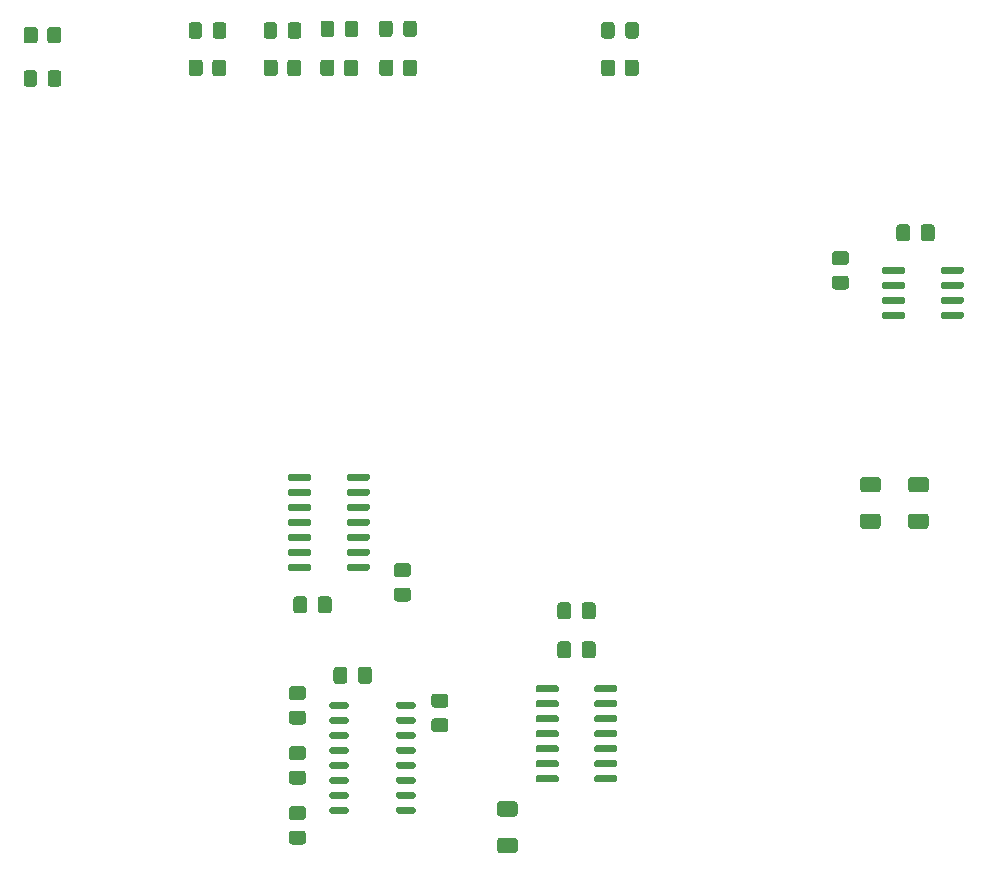
<source format=gbr>
%TF.GenerationSoftware,KiCad,Pcbnew,(5.1.9)-1*%
%TF.CreationDate,2021-11-27T21:21:46-05:00*%
%TF.ProjectId,REVERB Interface,52455645-5242-4204-996e-746572666163,rev?*%
%TF.SameCoordinates,Original*%
%TF.FileFunction,Paste,Top*%
%TF.FilePolarity,Positive*%
%FSLAX46Y46*%
G04 Gerber Fmt 4.6, Leading zero omitted, Abs format (unit mm)*
G04 Created by KiCad (PCBNEW (5.1.9)-1) date 2021-11-27 21:21:46*
%MOMM*%
%LPD*%
G01*
G04 APERTURE LIST*
G04 APERTURE END LIST*
%TO.C,R2*%
G36*
G01*
X178698999Y-111390000D02*
X179949001Y-111390000D01*
G75*
G02*
X180199000Y-111639999I0J-249999D01*
G01*
X180199000Y-112440001D01*
G75*
G02*
X179949001Y-112690000I-249999J0D01*
G01*
X178698999Y-112690000D01*
G75*
G02*
X178449000Y-112440001I0J249999D01*
G01*
X178449000Y-111639999D01*
G75*
G02*
X178698999Y-111390000I249999J0D01*
G01*
G37*
G36*
G01*
X178698999Y-108290000D02*
X179949001Y-108290000D01*
G75*
G02*
X180199000Y-108539999I0J-249999D01*
G01*
X180199000Y-109340001D01*
G75*
G02*
X179949001Y-109590000I-249999J0D01*
G01*
X178698999Y-109590000D01*
G75*
G02*
X178449000Y-109340001I0J249999D01*
G01*
X178449000Y-108539999D01*
G75*
G02*
X178698999Y-108290000I249999J0D01*
G01*
G37*
%TD*%
%TO.C,R1*%
G36*
G01*
X182762999Y-111390000D02*
X184013001Y-111390000D01*
G75*
G02*
X184263000Y-111639999I0J-249999D01*
G01*
X184263000Y-112440001D01*
G75*
G02*
X184013001Y-112690000I-249999J0D01*
G01*
X182762999Y-112690000D01*
G75*
G02*
X182513000Y-112440001I0J249999D01*
G01*
X182513000Y-111639999D01*
G75*
G02*
X182762999Y-111390000I249999J0D01*
G01*
G37*
G36*
G01*
X182762999Y-108290000D02*
X184013001Y-108290000D01*
G75*
G02*
X184263000Y-108539999I0J-249999D01*
G01*
X184263000Y-109340001D01*
G75*
G02*
X184013001Y-109590000I-249999J0D01*
G01*
X182762999Y-109590000D01*
G75*
G02*
X182513000Y-109340001I0J249999D01*
G01*
X182513000Y-108539999D01*
G75*
G02*
X182762999Y-108290000I249999J0D01*
G01*
G37*
%TD*%
%TO.C,U5*%
G36*
G01*
X182269000Y-94465000D02*
X182269000Y-94765000D01*
G75*
G02*
X182119000Y-94915000I-150000J0D01*
G01*
X180469000Y-94915000D01*
G75*
G02*
X180319000Y-94765000I0J150000D01*
G01*
X180319000Y-94465000D01*
G75*
G02*
X180469000Y-94315000I150000J0D01*
G01*
X182119000Y-94315000D01*
G75*
G02*
X182269000Y-94465000I0J-150000D01*
G01*
G37*
G36*
G01*
X182269000Y-93195000D02*
X182269000Y-93495000D01*
G75*
G02*
X182119000Y-93645000I-150000J0D01*
G01*
X180469000Y-93645000D01*
G75*
G02*
X180319000Y-93495000I0J150000D01*
G01*
X180319000Y-93195000D01*
G75*
G02*
X180469000Y-93045000I150000J0D01*
G01*
X182119000Y-93045000D01*
G75*
G02*
X182269000Y-93195000I0J-150000D01*
G01*
G37*
G36*
G01*
X182269000Y-91925000D02*
X182269000Y-92225000D01*
G75*
G02*
X182119000Y-92375000I-150000J0D01*
G01*
X180469000Y-92375000D01*
G75*
G02*
X180319000Y-92225000I0J150000D01*
G01*
X180319000Y-91925000D01*
G75*
G02*
X180469000Y-91775000I150000J0D01*
G01*
X182119000Y-91775000D01*
G75*
G02*
X182269000Y-91925000I0J-150000D01*
G01*
G37*
G36*
G01*
X182269000Y-90655000D02*
X182269000Y-90955000D01*
G75*
G02*
X182119000Y-91105000I-150000J0D01*
G01*
X180469000Y-91105000D01*
G75*
G02*
X180319000Y-90955000I0J150000D01*
G01*
X180319000Y-90655000D01*
G75*
G02*
X180469000Y-90505000I150000J0D01*
G01*
X182119000Y-90505000D01*
G75*
G02*
X182269000Y-90655000I0J-150000D01*
G01*
G37*
G36*
G01*
X187219000Y-90655000D02*
X187219000Y-90955000D01*
G75*
G02*
X187069000Y-91105000I-150000J0D01*
G01*
X185419000Y-91105000D01*
G75*
G02*
X185269000Y-90955000I0J150000D01*
G01*
X185269000Y-90655000D01*
G75*
G02*
X185419000Y-90505000I150000J0D01*
G01*
X187069000Y-90505000D01*
G75*
G02*
X187219000Y-90655000I0J-150000D01*
G01*
G37*
G36*
G01*
X187219000Y-91925000D02*
X187219000Y-92225000D01*
G75*
G02*
X187069000Y-92375000I-150000J0D01*
G01*
X185419000Y-92375000D01*
G75*
G02*
X185269000Y-92225000I0J150000D01*
G01*
X185269000Y-91925000D01*
G75*
G02*
X185419000Y-91775000I150000J0D01*
G01*
X187069000Y-91775000D01*
G75*
G02*
X187219000Y-91925000I0J-150000D01*
G01*
G37*
G36*
G01*
X187219000Y-93195000D02*
X187219000Y-93495000D01*
G75*
G02*
X187069000Y-93645000I-150000J0D01*
G01*
X185419000Y-93645000D01*
G75*
G02*
X185269000Y-93495000I0J150000D01*
G01*
X185269000Y-93195000D01*
G75*
G02*
X185419000Y-93045000I150000J0D01*
G01*
X187069000Y-93045000D01*
G75*
G02*
X187219000Y-93195000I0J-150000D01*
G01*
G37*
G36*
G01*
X187219000Y-94465000D02*
X187219000Y-94765000D01*
G75*
G02*
X187069000Y-94915000I-150000J0D01*
G01*
X185419000Y-94915000D01*
G75*
G02*
X185269000Y-94765000I0J150000D01*
G01*
X185269000Y-94465000D01*
G75*
G02*
X185419000Y-94315000I150000J0D01*
G01*
X187069000Y-94315000D01*
G75*
G02*
X187219000Y-94465000I0J-150000D01*
G01*
G37*
%TD*%
%TO.C,C21*%
G36*
G01*
X177259000Y-90355000D02*
X176309000Y-90355000D01*
G75*
G02*
X176059000Y-90105000I0J250000D01*
G01*
X176059000Y-89430000D01*
G75*
G02*
X176309000Y-89180000I250000J0D01*
G01*
X177259000Y-89180000D01*
G75*
G02*
X177509000Y-89430000I0J-250000D01*
G01*
X177509000Y-90105000D01*
G75*
G02*
X177259000Y-90355000I-250000J0D01*
G01*
G37*
G36*
G01*
X177259000Y-92430000D02*
X176309000Y-92430000D01*
G75*
G02*
X176059000Y-92180000I0J250000D01*
G01*
X176059000Y-91505000D01*
G75*
G02*
X176309000Y-91255000I250000J0D01*
G01*
X177259000Y-91255000D01*
G75*
G02*
X177509000Y-91505000I0J-250000D01*
G01*
X177509000Y-92180000D01*
G75*
G02*
X177259000Y-92430000I-250000J0D01*
G01*
G37*
%TD*%
%TO.C,C20*%
G36*
G01*
X182684000Y-87155000D02*
X182684000Y-88105000D01*
G75*
G02*
X182434000Y-88355000I-250000J0D01*
G01*
X181759000Y-88355000D01*
G75*
G02*
X181509000Y-88105000I0J250000D01*
G01*
X181509000Y-87155000D01*
G75*
G02*
X181759000Y-86905000I250000J0D01*
G01*
X182434000Y-86905000D01*
G75*
G02*
X182684000Y-87155000I0J-250000D01*
G01*
G37*
G36*
G01*
X184759000Y-87155000D02*
X184759000Y-88105000D01*
G75*
G02*
X184509000Y-88355000I-250000J0D01*
G01*
X183834000Y-88355000D01*
G75*
G02*
X183584000Y-88105000I0J250000D01*
G01*
X183584000Y-87155000D01*
G75*
G02*
X183834000Y-86905000I250000J0D01*
G01*
X184509000Y-86905000D01*
G75*
G02*
X184759000Y-87155000I0J-250000D01*
G01*
G37*
%TD*%
%TO.C,U3*%
G36*
G01*
X155932000Y-126388000D02*
X155932000Y-126088000D01*
G75*
G02*
X156082000Y-125938000I150000J0D01*
G01*
X157732000Y-125938000D01*
G75*
G02*
X157882000Y-126088000I0J-150000D01*
G01*
X157882000Y-126388000D01*
G75*
G02*
X157732000Y-126538000I-150000J0D01*
G01*
X156082000Y-126538000D01*
G75*
G02*
X155932000Y-126388000I0J150000D01*
G01*
G37*
G36*
G01*
X155932000Y-127658000D02*
X155932000Y-127358000D01*
G75*
G02*
X156082000Y-127208000I150000J0D01*
G01*
X157732000Y-127208000D01*
G75*
G02*
X157882000Y-127358000I0J-150000D01*
G01*
X157882000Y-127658000D01*
G75*
G02*
X157732000Y-127808000I-150000J0D01*
G01*
X156082000Y-127808000D01*
G75*
G02*
X155932000Y-127658000I0J150000D01*
G01*
G37*
G36*
G01*
X155932000Y-128928000D02*
X155932000Y-128628000D01*
G75*
G02*
X156082000Y-128478000I150000J0D01*
G01*
X157732000Y-128478000D01*
G75*
G02*
X157882000Y-128628000I0J-150000D01*
G01*
X157882000Y-128928000D01*
G75*
G02*
X157732000Y-129078000I-150000J0D01*
G01*
X156082000Y-129078000D01*
G75*
G02*
X155932000Y-128928000I0J150000D01*
G01*
G37*
G36*
G01*
X155932000Y-130198000D02*
X155932000Y-129898000D01*
G75*
G02*
X156082000Y-129748000I150000J0D01*
G01*
X157732000Y-129748000D01*
G75*
G02*
X157882000Y-129898000I0J-150000D01*
G01*
X157882000Y-130198000D01*
G75*
G02*
X157732000Y-130348000I-150000J0D01*
G01*
X156082000Y-130348000D01*
G75*
G02*
X155932000Y-130198000I0J150000D01*
G01*
G37*
G36*
G01*
X155932000Y-131468000D02*
X155932000Y-131168000D01*
G75*
G02*
X156082000Y-131018000I150000J0D01*
G01*
X157732000Y-131018000D01*
G75*
G02*
X157882000Y-131168000I0J-150000D01*
G01*
X157882000Y-131468000D01*
G75*
G02*
X157732000Y-131618000I-150000J0D01*
G01*
X156082000Y-131618000D01*
G75*
G02*
X155932000Y-131468000I0J150000D01*
G01*
G37*
G36*
G01*
X155932000Y-132738000D02*
X155932000Y-132438000D01*
G75*
G02*
X156082000Y-132288000I150000J0D01*
G01*
X157732000Y-132288000D01*
G75*
G02*
X157882000Y-132438000I0J-150000D01*
G01*
X157882000Y-132738000D01*
G75*
G02*
X157732000Y-132888000I-150000J0D01*
G01*
X156082000Y-132888000D01*
G75*
G02*
X155932000Y-132738000I0J150000D01*
G01*
G37*
G36*
G01*
X155932000Y-134008000D02*
X155932000Y-133708000D01*
G75*
G02*
X156082000Y-133558000I150000J0D01*
G01*
X157732000Y-133558000D01*
G75*
G02*
X157882000Y-133708000I0J-150000D01*
G01*
X157882000Y-134008000D01*
G75*
G02*
X157732000Y-134158000I-150000J0D01*
G01*
X156082000Y-134158000D01*
G75*
G02*
X155932000Y-134008000I0J150000D01*
G01*
G37*
G36*
G01*
X150982000Y-134008000D02*
X150982000Y-133708000D01*
G75*
G02*
X151132000Y-133558000I150000J0D01*
G01*
X152782000Y-133558000D01*
G75*
G02*
X152932000Y-133708000I0J-150000D01*
G01*
X152932000Y-134008000D01*
G75*
G02*
X152782000Y-134158000I-150000J0D01*
G01*
X151132000Y-134158000D01*
G75*
G02*
X150982000Y-134008000I0J150000D01*
G01*
G37*
G36*
G01*
X150982000Y-132738000D02*
X150982000Y-132438000D01*
G75*
G02*
X151132000Y-132288000I150000J0D01*
G01*
X152782000Y-132288000D01*
G75*
G02*
X152932000Y-132438000I0J-150000D01*
G01*
X152932000Y-132738000D01*
G75*
G02*
X152782000Y-132888000I-150000J0D01*
G01*
X151132000Y-132888000D01*
G75*
G02*
X150982000Y-132738000I0J150000D01*
G01*
G37*
G36*
G01*
X150982000Y-131468000D02*
X150982000Y-131168000D01*
G75*
G02*
X151132000Y-131018000I150000J0D01*
G01*
X152782000Y-131018000D01*
G75*
G02*
X152932000Y-131168000I0J-150000D01*
G01*
X152932000Y-131468000D01*
G75*
G02*
X152782000Y-131618000I-150000J0D01*
G01*
X151132000Y-131618000D01*
G75*
G02*
X150982000Y-131468000I0J150000D01*
G01*
G37*
G36*
G01*
X150982000Y-130198000D02*
X150982000Y-129898000D01*
G75*
G02*
X151132000Y-129748000I150000J0D01*
G01*
X152782000Y-129748000D01*
G75*
G02*
X152932000Y-129898000I0J-150000D01*
G01*
X152932000Y-130198000D01*
G75*
G02*
X152782000Y-130348000I-150000J0D01*
G01*
X151132000Y-130348000D01*
G75*
G02*
X150982000Y-130198000I0J150000D01*
G01*
G37*
G36*
G01*
X150982000Y-128928000D02*
X150982000Y-128628000D01*
G75*
G02*
X151132000Y-128478000I150000J0D01*
G01*
X152782000Y-128478000D01*
G75*
G02*
X152932000Y-128628000I0J-150000D01*
G01*
X152932000Y-128928000D01*
G75*
G02*
X152782000Y-129078000I-150000J0D01*
G01*
X151132000Y-129078000D01*
G75*
G02*
X150982000Y-128928000I0J150000D01*
G01*
G37*
G36*
G01*
X150982000Y-127658000D02*
X150982000Y-127358000D01*
G75*
G02*
X151132000Y-127208000I150000J0D01*
G01*
X152782000Y-127208000D01*
G75*
G02*
X152932000Y-127358000I0J-150000D01*
G01*
X152932000Y-127658000D01*
G75*
G02*
X152782000Y-127808000I-150000J0D01*
G01*
X151132000Y-127808000D01*
G75*
G02*
X150982000Y-127658000I0J150000D01*
G01*
G37*
G36*
G01*
X150982000Y-126388000D02*
X150982000Y-126088000D01*
G75*
G02*
X151132000Y-125938000I150000J0D01*
G01*
X152782000Y-125938000D01*
G75*
G02*
X152932000Y-126088000I0J-150000D01*
G01*
X152932000Y-126388000D01*
G75*
G02*
X152782000Y-126538000I-150000J0D01*
G01*
X151132000Y-126538000D01*
G75*
G02*
X150982000Y-126388000I0J150000D01*
G01*
G37*
%TD*%
%TO.C,R7*%
G36*
G01*
X147964999Y-138848000D02*
X149215001Y-138848000D01*
G75*
G02*
X149465000Y-139097999I0J-249999D01*
G01*
X149465000Y-139898001D01*
G75*
G02*
X149215001Y-140148000I-249999J0D01*
G01*
X147964999Y-140148000D01*
G75*
G02*
X147715000Y-139898001I0J249999D01*
G01*
X147715000Y-139097999D01*
G75*
G02*
X147964999Y-138848000I249999J0D01*
G01*
G37*
G36*
G01*
X147964999Y-135748000D02*
X149215001Y-135748000D01*
G75*
G02*
X149465000Y-135997999I0J-249999D01*
G01*
X149465000Y-136798001D01*
G75*
G02*
X149215001Y-137048000I-249999J0D01*
G01*
X147964999Y-137048000D01*
G75*
G02*
X147715000Y-136798001I0J249999D01*
G01*
X147715000Y-135997999D01*
G75*
G02*
X147964999Y-135748000I249999J0D01*
G01*
G37*
%TD*%
%TO.C,C7*%
G36*
G01*
X154882000Y-123411000D02*
X154882000Y-122461000D01*
G75*
G02*
X155132000Y-122211000I250000J0D01*
G01*
X155807000Y-122211000D01*
G75*
G02*
X156057000Y-122461000I0J-250000D01*
G01*
X156057000Y-123411000D01*
G75*
G02*
X155807000Y-123661000I-250000J0D01*
G01*
X155132000Y-123661000D01*
G75*
G02*
X154882000Y-123411000I0J250000D01*
G01*
G37*
G36*
G01*
X152807000Y-123411000D02*
X152807000Y-122461000D01*
G75*
G02*
X153057000Y-122211000I250000J0D01*
G01*
X153732000Y-122211000D01*
G75*
G02*
X153982000Y-122461000I0J-250000D01*
G01*
X153982000Y-123411000D01*
G75*
G02*
X153732000Y-123661000I-250000J0D01*
G01*
X153057000Y-123661000D01*
G75*
G02*
X152807000Y-123411000I0J250000D01*
G01*
G37*
%TD*%
%TO.C,C6*%
G36*
G01*
X154882000Y-120109000D02*
X154882000Y-119159000D01*
G75*
G02*
X155132000Y-118909000I250000J0D01*
G01*
X155807000Y-118909000D01*
G75*
G02*
X156057000Y-119159000I0J-250000D01*
G01*
X156057000Y-120109000D01*
G75*
G02*
X155807000Y-120359000I-250000J0D01*
G01*
X155132000Y-120359000D01*
G75*
G02*
X154882000Y-120109000I0J250000D01*
G01*
G37*
G36*
G01*
X152807000Y-120109000D02*
X152807000Y-119159000D01*
G75*
G02*
X153057000Y-118909000I250000J0D01*
G01*
X153732000Y-118909000D01*
G75*
G02*
X153982000Y-119159000I0J-250000D01*
G01*
X153982000Y-120109000D01*
G75*
G02*
X153732000Y-120359000I-250000J0D01*
G01*
X153057000Y-120359000D01*
G75*
G02*
X152807000Y-120109000I0J250000D01*
G01*
G37*
%TD*%
%TO.C,U4*%
G36*
G01*
X131977000Y-115801000D02*
X131977000Y-116101000D01*
G75*
G02*
X131827000Y-116251000I-150000J0D01*
G01*
X130177000Y-116251000D01*
G75*
G02*
X130027000Y-116101000I0J150000D01*
G01*
X130027000Y-115801000D01*
G75*
G02*
X130177000Y-115651000I150000J0D01*
G01*
X131827000Y-115651000D01*
G75*
G02*
X131977000Y-115801000I0J-150000D01*
G01*
G37*
G36*
G01*
X131977000Y-114531000D02*
X131977000Y-114831000D01*
G75*
G02*
X131827000Y-114981000I-150000J0D01*
G01*
X130177000Y-114981000D01*
G75*
G02*
X130027000Y-114831000I0J150000D01*
G01*
X130027000Y-114531000D01*
G75*
G02*
X130177000Y-114381000I150000J0D01*
G01*
X131827000Y-114381000D01*
G75*
G02*
X131977000Y-114531000I0J-150000D01*
G01*
G37*
G36*
G01*
X131977000Y-113261000D02*
X131977000Y-113561000D01*
G75*
G02*
X131827000Y-113711000I-150000J0D01*
G01*
X130177000Y-113711000D01*
G75*
G02*
X130027000Y-113561000I0J150000D01*
G01*
X130027000Y-113261000D01*
G75*
G02*
X130177000Y-113111000I150000J0D01*
G01*
X131827000Y-113111000D01*
G75*
G02*
X131977000Y-113261000I0J-150000D01*
G01*
G37*
G36*
G01*
X131977000Y-111991000D02*
X131977000Y-112291000D01*
G75*
G02*
X131827000Y-112441000I-150000J0D01*
G01*
X130177000Y-112441000D01*
G75*
G02*
X130027000Y-112291000I0J150000D01*
G01*
X130027000Y-111991000D01*
G75*
G02*
X130177000Y-111841000I150000J0D01*
G01*
X131827000Y-111841000D01*
G75*
G02*
X131977000Y-111991000I0J-150000D01*
G01*
G37*
G36*
G01*
X131977000Y-110721000D02*
X131977000Y-111021000D01*
G75*
G02*
X131827000Y-111171000I-150000J0D01*
G01*
X130177000Y-111171000D01*
G75*
G02*
X130027000Y-111021000I0J150000D01*
G01*
X130027000Y-110721000D01*
G75*
G02*
X130177000Y-110571000I150000J0D01*
G01*
X131827000Y-110571000D01*
G75*
G02*
X131977000Y-110721000I0J-150000D01*
G01*
G37*
G36*
G01*
X131977000Y-109451000D02*
X131977000Y-109751000D01*
G75*
G02*
X131827000Y-109901000I-150000J0D01*
G01*
X130177000Y-109901000D01*
G75*
G02*
X130027000Y-109751000I0J150000D01*
G01*
X130027000Y-109451000D01*
G75*
G02*
X130177000Y-109301000I150000J0D01*
G01*
X131827000Y-109301000D01*
G75*
G02*
X131977000Y-109451000I0J-150000D01*
G01*
G37*
G36*
G01*
X131977000Y-108181000D02*
X131977000Y-108481000D01*
G75*
G02*
X131827000Y-108631000I-150000J0D01*
G01*
X130177000Y-108631000D01*
G75*
G02*
X130027000Y-108481000I0J150000D01*
G01*
X130027000Y-108181000D01*
G75*
G02*
X130177000Y-108031000I150000J0D01*
G01*
X131827000Y-108031000D01*
G75*
G02*
X131977000Y-108181000I0J-150000D01*
G01*
G37*
G36*
G01*
X136927000Y-108181000D02*
X136927000Y-108481000D01*
G75*
G02*
X136777000Y-108631000I-150000J0D01*
G01*
X135127000Y-108631000D01*
G75*
G02*
X134977000Y-108481000I0J150000D01*
G01*
X134977000Y-108181000D01*
G75*
G02*
X135127000Y-108031000I150000J0D01*
G01*
X136777000Y-108031000D01*
G75*
G02*
X136927000Y-108181000I0J-150000D01*
G01*
G37*
G36*
G01*
X136927000Y-109451000D02*
X136927000Y-109751000D01*
G75*
G02*
X136777000Y-109901000I-150000J0D01*
G01*
X135127000Y-109901000D01*
G75*
G02*
X134977000Y-109751000I0J150000D01*
G01*
X134977000Y-109451000D01*
G75*
G02*
X135127000Y-109301000I150000J0D01*
G01*
X136777000Y-109301000D01*
G75*
G02*
X136927000Y-109451000I0J-150000D01*
G01*
G37*
G36*
G01*
X136927000Y-110721000D02*
X136927000Y-111021000D01*
G75*
G02*
X136777000Y-111171000I-150000J0D01*
G01*
X135127000Y-111171000D01*
G75*
G02*
X134977000Y-111021000I0J150000D01*
G01*
X134977000Y-110721000D01*
G75*
G02*
X135127000Y-110571000I150000J0D01*
G01*
X136777000Y-110571000D01*
G75*
G02*
X136927000Y-110721000I0J-150000D01*
G01*
G37*
G36*
G01*
X136927000Y-111991000D02*
X136927000Y-112291000D01*
G75*
G02*
X136777000Y-112441000I-150000J0D01*
G01*
X135127000Y-112441000D01*
G75*
G02*
X134977000Y-112291000I0J150000D01*
G01*
X134977000Y-111991000D01*
G75*
G02*
X135127000Y-111841000I150000J0D01*
G01*
X136777000Y-111841000D01*
G75*
G02*
X136927000Y-111991000I0J-150000D01*
G01*
G37*
G36*
G01*
X136927000Y-113261000D02*
X136927000Y-113561000D01*
G75*
G02*
X136777000Y-113711000I-150000J0D01*
G01*
X135127000Y-113711000D01*
G75*
G02*
X134977000Y-113561000I0J150000D01*
G01*
X134977000Y-113261000D01*
G75*
G02*
X135127000Y-113111000I150000J0D01*
G01*
X136777000Y-113111000D01*
G75*
G02*
X136927000Y-113261000I0J-150000D01*
G01*
G37*
G36*
G01*
X136927000Y-114531000D02*
X136927000Y-114831000D01*
G75*
G02*
X136777000Y-114981000I-150000J0D01*
G01*
X135127000Y-114981000D01*
G75*
G02*
X134977000Y-114831000I0J150000D01*
G01*
X134977000Y-114531000D01*
G75*
G02*
X135127000Y-114381000I150000J0D01*
G01*
X136777000Y-114381000D01*
G75*
G02*
X136927000Y-114531000I0J-150000D01*
G01*
G37*
G36*
G01*
X136927000Y-115801000D02*
X136927000Y-116101000D01*
G75*
G02*
X136777000Y-116251000I-150000J0D01*
G01*
X135127000Y-116251000D01*
G75*
G02*
X134977000Y-116101000I0J150000D01*
G01*
X134977000Y-115801000D01*
G75*
G02*
X135127000Y-115651000I150000J0D01*
G01*
X136777000Y-115651000D01*
G75*
G02*
X136927000Y-115801000I0J-150000D01*
G01*
G37*
%TD*%
%TO.C,C10*%
G36*
G01*
X139225000Y-117671000D02*
X140175000Y-117671000D01*
G75*
G02*
X140425000Y-117921000I0J-250000D01*
G01*
X140425000Y-118596000D01*
G75*
G02*
X140175000Y-118846000I-250000J0D01*
G01*
X139225000Y-118846000D01*
G75*
G02*
X138975000Y-118596000I0J250000D01*
G01*
X138975000Y-117921000D01*
G75*
G02*
X139225000Y-117671000I250000J0D01*
G01*
G37*
G36*
G01*
X139225000Y-115596000D02*
X140175000Y-115596000D01*
G75*
G02*
X140425000Y-115846000I0J-250000D01*
G01*
X140425000Y-116521000D01*
G75*
G02*
X140175000Y-116771000I-250000J0D01*
G01*
X139225000Y-116771000D01*
G75*
G02*
X138975000Y-116521000I0J250000D01*
G01*
X138975000Y-115846000D01*
G75*
G02*
X139225000Y-115596000I250000J0D01*
G01*
G37*
%TD*%
%TO.C,C9*%
G36*
G01*
X132530000Y-119601000D02*
X132530000Y-118651000D01*
G75*
G02*
X132780000Y-118401000I250000J0D01*
G01*
X133455000Y-118401000D01*
G75*
G02*
X133705000Y-118651000I0J-250000D01*
G01*
X133705000Y-119601000D01*
G75*
G02*
X133455000Y-119851000I-250000J0D01*
G01*
X132780000Y-119851000D01*
G75*
G02*
X132530000Y-119601000I0J250000D01*
G01*
G37*
G36*
G01*
X130455000Y-119601000D02*
X130455000Y-118651000D01*
G75*
G02*
X130705000Y-118401000I250000J0D01*
G01*
X131380000Y-118401000D01*
G75*
G02*
X131630000Y-118651000I0J-250000D01*
G01*
X131630000Y-119601000D01*
G75*
G02*
X131380000Y-119851000I-250000J0D01*
G01*
X130705000Y-119851000D01*
G75*
G02*
X130455000Y-119601000I0J250000D01*
G01*
G37*
%TD*%
%TO.C,U2*%
G36*
G01*
X139354999Y-136200000D02*
X140614997Y-136200000D01*
G75*
G02*
X140809997Y-136395000I0J-195000D01*
G01*
X140809997Y-136655000D01*
G75*
G02*
X140614997Y-136850000I-195000J0D01*
G01*
X139354999Y-136850000D01*
G75*
G02*
X139159999Y-136655000I0J195000D01*
G01*
X139159999Y-136395000D01*
G75*
G02*
X139354999Y-136200000I195000J0D01*
G01*
G37*
G36*
G01*
X139354999Y-134930000D02*
X140614997Y-134930000D01*
G75*
G02*
X140809997Y-135125000I0J-195000D01*
G01*
X140809997Y-135385000D01*
G75*
G02*
X140614997Y-135580000I-195000J0D01*
G01*
X139354999Y-135580000D01*
G75*
G02*
X139159999Y-135385000I0J195000D01*
G01*
X139159999Y-135125000D01*
G75*
G02*
X139354999Y-134930000I195000J0D01*
G01*
G37*
G36*
G01*
X139354999Y-133660000D02*
X140614997Y-133660000D01*
G75*
G02*
X140809997Y-133855000I0J-195000D01*
G01*
X140809997Y-134115000D01*
G75*
G02*
X140614997Y-134310000I-195000J0D01*
G01*
X139354999Y-134310000D01*
G75*
G02*
X139159999Y-134115000I0J195000D01*
G01*
X139159999Y-133855000D01*
G75*
G02*
X139354999Y-133660000I195000J0D01*
G01*
G37*
G36*
G01*
X139354999Y-132390000D02*
X140614997Y-132390000D01*
G75*
G02*
X140809997Y-132585000I0J-195000D01*
G01*
X140809997Y-132845000D01*
G75*
G02*
X140614997Y-133040000I-195000J0D01*
G01*
X139354999Y-133040000D01*
G75*
G02*
X139159999Y-132845000I0J195000D01*
G01*
X139159999Y-132585000D01*
G75*
G02*
X139354999Y-132390000I195000J0D01*
G01*
G37*
G36*
G01*
X139354999Y-131120000D02*
X140614997Y-131120000D01*
G75*
G02*
X140809997Y-131315000I0J-195000D01*
G01*
X140809997Y-131575000D01*
G75*
G02*
X140614997Y-131770000I-195000J0D01*
G01*
X139354999Y-131770000D01*
G75*
G02*
X139159999Y-131575000I0J195000D01*
G01*
X139159999Y-131315000D01*
G75*
G02*
X139354999Y-131120000I195000J0D01*
G01*
G37*
G36*
G01*
X139354999Y-129850000D02*
X140614997Y-129850000D01*
G75*
G02*
X140809997Y-130045000I0J-195000D01*
G01*
X140809997Y-130305000D01*
G75*
G02*
X140614997Y-130500000I-195000J0D01*
G01*
X139354999Y-130500000D01*
G75*
G02*
X139159999Y-130305000I0J195000D01*
G01*
X139159999Y-130045000D01*
G75*
G02*
X139354999Y-129850000I195000J0D01*
G01*
G37*
G36*
G01*
X139354999Y-128580000D02*
X140614997Y-128580000D01*
G75*
G02*
X140809997Y-128775000I0J-195000D01*
G01*
X140809997Y-129035000D01*
G75*
G02*
X140614997Y-129230000I-195000J0D01*
G01*
X139354999Y-129230000D01*
G75*
G02*
X139159999Y-129035000I0J195000D01*
G01*
X139159999Y-128775000D01*
G75*
G02*
X139354999Y-128580000I195000J0D01*
G01*
G37*
G36*
G01*
X139354999Y-127310000D02*
X140614997Y-127310000D01*
G75*
G02*
X140809997Y-127505000I0J-195000D01*
G01*
X140809997Y-127765000D01*
G75*
G02*
X140614997Y-127960000I-195000J0D01*
G01*
X139354999Y-127960000D01*
G75*
G02*
X139159999Y-127765000I0J195000D01*
G01*
X139159999Y-127505000D01*
G75*
G02*
X139354999Y-127310000I195000J0D01*
G01*
G37*
G36*
G01*
X133705000Y-136200000D02*
X134964998Y-136200000D01*
G75*
G02*
X135159998Y-136395000I0J-195000D01*
G01*
X135159998Y-136655000D01*
G75*
G02*
X134964998Y-136850000I-195000J0D01*
G01*
X133705000Y-136850000D01*
G75*
G02*
X133510000Y-136655000I0J195000D01*
G01*
X133510000Y-136395000D01*
G75*
G02*
X133705000Y-136200000I195000J0D01*
G01*
G37*
G36*
G01*
X133705000Y-134930000D02*
X134964998Y-134930000D01*
G75*
G02*
X135159998Y-135125000I0J-195000D01*
G01*
X135159998Y-135385000D01*
G75*
G02*
X134964998Y-135580000I-195000J0D01*
G01*
X133705000Y-135580000D01*
G75*
G02*
X133510000Y-135385000I0J195000D01*
G01*
X133510000Y-135125000D01*
G75*
G02*
X133705000Y-134930000I195000J0D01*
G01*
G37*
G36*
G01*
X133705000Y-133660000D02*
X134964998Y-133660000D01*
G75*
G02*
X135159998Y-133855000I0J-195000D01*
G01*
X135159998Y-134115000D01*
G75*
G02*
X134964998Y-134310000I-195000J0D01*
G01*
X133705000Y-134310000D01*
G75*
G02*
X133510000Y-134115000I0J195000D01*
G01*
X133510000Y-133855000D01*
G75*
G02*
X133705000Y-133660000I195000J0D01*
G01*
G37*
G36*
G01*
X133705000Y-132390000D02*
X134964998Y-132390000D01*
G75*
G02*
X135159998Y-132585000I0J-195000D01*
G01*
X135159998Y-132845000D01*
G75*
G02*
X134964998Y-133040000I-195000J0D01*
G01*
X133705000Y-133040000D01*
G75*
G02*
X133510000Y-132845000I0J195000D01*
G01*
X133510000Y-132585000D01*
G75*
G02*
X133705000Y-132390000I195000J0D01*
G01*
G37*
G36*
G01*
X133705000Y-131120000D02*
X134964998Y-131120000D01*
G75*
G02*
X135159998Y-131315000I0J-195000D01*
G01*
X135159998Y-131575000D01*
G75*
G02*
X134964998Y-131770000I-195000J0D01*
G01*
X133705000Y-131770000D01*
G75*
G02*
X133510000Y-131575000I0J195000D01*
G01*
X133510000Y-131315000D01*
G75*
G02*
X133705000Y-131120000I195000J0D01*
G01*
G37*
G36*
G01*
X133705000Y-129850000D02*
X134964998Y-129850000D01*
G75*
G02*
X135159998Y-130045000I0J-195000D01*
G01*
X135159998Y-130305000D01*
G75*
G02*
X134964998Y-130500000I-195000J0D01*
G01*
X133705000Y-130500000D01*
G75*
G02*
X133510000Y-130305000I0J195000D01*
G01*
X133510000Y-130045000D01*
G75*
G02*
X133705000Y-129850000I195000J0D01*
G01*
G37*
G36*
G01*
X133705000Y-128580000D02*
X134964998Y-128580000D01*
G75*
G02*
X135159998Y-128775000I0J-195000D01*
G01*
X135159998Y-129035000D01*
G75*
G02*
X134964998Y-129230000I-195000J0D01*
G01*
X133705000Y-129230000D01*
G75*
G02*
X133510000Y-129035000I0J195000D01*
G01*
X133510000Y-128775000D01*
G75*
G02*
X133705000Y-128580000I195000J0D01*
G01*
G37*
G36*
G01*
X133705000Y-127310000D02*
X134964998Y-127310000D01*
G75*
G02*
X135159998Y-127505000I0J-195000D01*
G01*
X135159998Y-127765000D01*
G75*
G02*
X134964998Y-127960000I-195000J0D01*
G01*
X133705000Y-127960000D01*
G75*
G02*
X133510000Y-127765000I0J195000D01*
G01*
X133510000Y-127505000D01*
G75*
G02*
X133705000Y-127310000I195000J0D01*
G01*
G37*
%TD*%
%TO.C,R12*%
G36*
G01*
X158515000Y-74110001D02*
X158515000Y-73209999D01*
G75*
G02*
X158764999Y-72960000I249999J0D01*
G01*
X159465001Y-72960000D01*
G75*
G02*
X159715000Y-73209999I0J-249999D01*
G01*
X159715000Y-74110001D01*
G75*
G02*
X159465001Y-74360000I-249999J0D01*
G01*
X158764999Y-74360000D01*
G75*
G02*
X158515000Y-74110001I0J249999D01*
G01*
G37*
G36*
G01*
X156515000Y-74110001D02*
X156515000Y-73209999D01*
G75*
G02*
X156764999Y-72960000I249999J0D01*
G01*
X157465001Y-72960000D01*
G75*
G02*
X157715000Y-73209999I0J-249999D01*
G01*
X157715000Y-74110001D01*
G75*
G02*
X157465001Y-74360000I-249999J0D01*
G01*
X156764999Y-74360000D01*
G75*
G02*
X156515000Y-74110001I0J249999D01*
G01*
G37*
%TD*%
%TO.C,R11*%
G36*
G01*
X108820000Y-70439999D02*
X108820000Y-71340001D01*
G75*
G02*
X108570001Y-71590000I-249999J0D01*
G01*
X107869999Y-71590000D01*
G75*
G02*
X107620000Y-71340001I0J249999D01*
G01*
X107620000Y-70439999D01*
G75*
G02*
X107869999Y-70190000I249999J0D01*
G01*
X108570001Y-70190000D01*
G75*
G02*
X108820000Y-70439999I0J-249999D01*
G01*
G37*
G36*
G01*
X110820000Y-70439999D02*
X110820000Y-71340001D01*
G75*
G02*
X110570001Y-71590000I-249999J0D01*
G01*
X109869999Y-71590000D01*
G75*
G02*
X109620000Y-71340001I0J249999D01*
G01*
X109620000Y-70439999D01*
G75*
G02*
X109869999Y-70190000I249999J0D01*
G01*
X110570001Y-70190000D01*
G75*
G02*
X110820000Y-70439999I0J-249999D01*
G01*
G37*
%TD*%
%TO.C,R10*%
G36*
G01*
X129140000Y-73209999D02*
X129140000Y-74110001D01*
G75*
G02*
X128890001Y-74360000I-249999J0D01*
G01*
X128189999Y-74360000D01*
G75*
G02*
X127940000Y-74110001I0J249999D01*
G01*
X127940000Y-73209999D01*
G75*
G02*
X128189999Y-72960000I249999J0D01*
G01*
X128890001Y-72960000D01*
G75*
G02*
X129140000Y-73209999I0J-249999D01*
G01*
G37*
G36*
G01*
X131140000Y-73209999D02*
X131140000Y-74110001D01*
G75*
G02*
X130890001Y-74360000I-249999J0D01*
G01*
X130189999Y-74360000D01*
G75*
G02*
X129940000Y-74110001I0J249999D01*
G01*
X129940000Y-73209999D01*
G75*
G02*
X130189999Y-72960000I249999J0D01*
G01*
X130890001Y-72960000D01*
G75*
G02*
X131140000Y-73209999I0J-249999D01*
G01*
G37*
%TD*%
%TO.C,R9*%
G36*
G01*
X122790000Y-73209999D02*
X122790000Y-74110001D01*
G75*
G02*
X122540001Y-74360000I-249999J0D01*
G01*
X121839999Y-74360000D01*
G75*
G02*
X121590000Y-74110001I0J249999D01*
G01*
X121590000Y-73209999D01*
G75*
G02*
X121839999Y-72960000I249999J0D01*
G01*
X122540001Y-72960000D01*
G75*
G02*
X122790000Y-73209999I0J-249999D01*
G01*
G37*
G36*
G01*
X124790000Y-73209999D02*
X124790000Y-74110001D01*
G75*
G02*
X124540001Y-74360000I-249999J0D01*
G01*
X123839999Y-74360000D01*
G75*
G02*
X123590000Y-74110001I0J249999D01*
G01*
X123590000Y-73209999D01*
G75*
G02*
X123839999Y-72960000I249999J0D01*
G01*
X124540001Y-72960000D01*
G75*
G02*
X124790000Y-73209999I0J-249999D01*
G01*
G37*
%TD*%
%TO.C,D12*%
G36*
G01*
X158565000Y-70935001D02*
X158565000Y-70034999D01*
G75*
G02*
X158814999Y-69785000I249999J0D01*
G01*
X159465001Y-69785000D01*
G75*
G02*
X159715000Y-70034999I0J-249999D01*
G01*
X159715000Y-70935001D01*
G75*
G02*
X159465001Y-71185000I-249999J0D01*
G01*
X158814999Y-71185000D01*
G75*
G02*
X158565000Y-70935001I0J249999D01*
G01*
G37*
G36*
G01*
X156515000Y-70935001D02*
X156515000Y-70034999D01*
G75*
G02*
X156764999Y-69785000I249999J0D01*
G01*
X157415001Y-69785000D01*
G75*
G02*
X157665000Y-70034999I0J-249999D01*
G01*
X157665000Y-70935001D01*
G75*
G02*
X157415001Y-71185000I-249999J0D01*
G01*
X156764999Y-71185000D01*
G75*
G02*
X156515000Y-70935001I0J249999D01*
G01*
G37*
%TD*%
%TO.C,D11*%
G36*
G01*
X108770000Y-74098999D02*
X108770000Y-74999001D01*
G75*
G02*
X108520001Y-75249000I-249999J0D01*
G01*
X107869999Y-75249000D01*
G75*
G02*
X107620000Y-74999001I0J249999D01*
G01*
X107620000Y-74098999D01*
G75*
G02*
X107869999Y-73849000I249999J0D01*
G01*
X108520001Y-73849000D01*
G75*
G02*
X108770000Y-74098999I0J-249999D01*
G01*
G37*
G36*
G01*
X110820000Y-74098999D02*
X110820000Y-74999001D01*
G75*
G02*
X110570001Y-75249000I-249999J0D01*
G01*
X109919999Y-75249000D01*
G75*
G02*
X109670000Y-74999001I0J249999D01*
G01*
X109670000Y-74098999D01*
G75*
G02*
X109919999Y-73849000I249999J0D01*
G01*
X110570001Y-73849000D01*
G75*
G02*
X110820000Y-74098999I0J-249999D01*
G01*
G37*
%TD*%
%TO.C,D10*%
G36*
G01*
X129090000Y-70034999D02*
X129090000Y-70935001D01*
G75*
G02*
X128840001Y-71185000I-249999J0D01*
G01*
X128189999Y-71185000D01*
G75*
G02*
X127940000Y-70935001I0J249999D01*
G01*
X127940000Y-70034999D01*
G75*
G02*
X128189999Y-69785000I249999J0D01*
G01*
X128840001Y-69785000D01*
G75*
G02*
X129090000Y-70034999I0J-249999D01*
G01*
G37*
G36*
G01*
X131140000Y-70034999D02*
X131140000Y-70935001D01*
G75*
G02*
X130890001Y-71185000I-249999J0D01*
G01*
X130239999Y-71185000D01*
G75*
G02*
X129990000Y-70935001I0J249999D01*
G01*
X129990000Y-70034999D01*
G75*
G02*
X130239999Y-69785000I249999J0D01*
G01*
X130890001Y-69785000D01*
G75*
G02*
X131140000Y-70034999I0J-249999D01*
G01*
G37*
%TD*%
%TO.C,D9*%
G36*
G01*
X122740000Y-70034999D02*
X122740000Y-70935001D01*
G75*
G02*
X122490001Y-71185000I-249999J0D01*
G01*
X121839999Y-71185000D01*
G75*
G02*
X121590000Y-70935001I0J249999D01*
G01*
X121590000Y-70034999D01*
G75*
G02*
X121839999Y-69785000I249999J0D01*
G01*
X122490001Y-69785000D01*
G75*
G02*
X122740000Y-70034999I0J-249999D01*
G01*
G37*
G36*
G01*
X124790000Y-70034999D02*
X124790000Y-70935001D01*
G75*
G02*
X124540001Y-71185000I-249999J0D01*
G01*
X123889999Y-71185000D01*
G75*
G02*
X123640000Y-70935001I0J249999D01*
G01*
X123640000Y-70034999D01*
G75*
G02*
X123889999Y-69785000I249999J0D01*
G01*
X124540001Y-69785000D01*
G75*
G02*
X124790000Y-70034999I0J-249999D01*
G01*
G37*
%TD*%
%TO.C,R4*%
G36*
G01*
X133950000Y-73209999D02*
X133950000Y-74110001D01*
G75*
G02*
X133700001Y-74360000I-249999J0D01*
G01*
X132999999Y-74360000D01*
G75*
G02*
X132750000Y-74110001I0J249999D01*
G01*
X132750000Y-73209999D01*
G75*
G02*
X132999999Y-72960000I249999J0D01*
G01*
X133700001Y-72960000D01*
G75*
G02*
X133950000Y-73209999I0J-249999D01*
G01*
G37*
G36*
G01*
X135950000Y-73209999D02*
X135950000Y-74110001D01*
G75*
G02*
X135700001Y-74360000I-249999J0D01*
G01*
X134999999Y-74360000D01*
G75*
G02*
X134750000Y-74110001I0J249999D01*
G01*
X134750000Y-73209999D01*
G75*
G02*
X134999999Y-72960000I249999J0D01*
G01*
X135700001Y-72960000D01*
G75*
G02*
X135950000Y-73209999I0J-249999D01*
G01*
G37*
%TD*%
%TO.C,R3*%
G36*
G01*
X138935000Y-73209999D02*
X138935000Y-74110001D01*
G75*
G02*
X138685001Y-74360000I-249999J0D01*
G01*
X137984999Y-74360000D01*
G75*
G02*
X137735000Y-74110001I0J249999D01*
G01*
X137735000Y-73209999D01*
G75*
G02*
X137984999Y-72960000I249999J0D01*
G01*
X138685001Y-72960000D01*
G75*
G02*
X138935000Y-73209999I0J-249999D01*
G01*
G37*
G36*
G01*
X140935000Y-73209999D02*
X140935000Y-74110001D01*
G75*
G02*
X140685001Y-74360000I-249999J0D01*
G01*
X139984999Y-74360000D01*
G75*
G02*
X139735000Y-74110001I0J249999D01*
G01*
X139735000Y-73209999D01*
G75*
G02*
X139984999Y-72960000I249999J0D01*
G01*
X140685001Y-72960000D01*
G75*
G02*
X140935000Y-73209999I0J-249999D01*
G01*
G37*
%TD*%
%TO.C,D4*%
G36*
G01*
X133916000Y-69907999D02*
X133916000Y-70808001D01*
G75*
G02*
X133666001Y-71058000I-249999J0D01*
G01*
X133015999Y-71058000D01*
G75*
G02*
X132766000Y-70808001I0J249999D01*
G01*
X132766000Y-69907999D01*
G75*
G02*
X133015999Y-69658000I249999J0D01*
G01*
X133666001Y-69658000D01*
G75*
G02*
X133916000Y-69907999I0J-249999D01*
G01*
G37*
G36*
G01*
X135966000Y-69907999D02*
X135966000Y-70808001D01*
G75*
G02*
X135716001Y-71058000I-249999J0D01*
G01*
X135065999Y-71058000D01*
G75*
G02*
X134816000Y-70808001I0J249999D01*
G01*
X134816000Y-69907999D01*
G75*
G02*
X135065999Y-69658000I249999J0D01*
G01*
X135716001Y-69658000D01*
G75*
G02*
X135966000Y-69907999I0J-249999D01*
G01*
G37*
%TD*%
%TO.C,D3*%
G36*
G01*
X138869000Y-69907999D02*
X138869000Y-70808001D01*
G75*
G02*
X138619001Y-71058000I-249999J0D01*
G01*
X137968999Y-71058000D01*
G75*
G02*
X137719000Y-70808001I0J249999D01*
G01*
X137719000Y-69907999D01*
G75*
G02*
X137968999Y-69658000I249999J0D01*
G01*
X138619001Y-69658000D01*
G75*
G02*
X138869000Y-69907999I0J-249999D01*
G01*
G37*
G36*
G01*
X140919000Y-69907999D02*
X140919000Y-70808001D01*
G75*
G02*
X140669001Y-71058000I-249999J0D01*
G01*
X140018999Y-71058000D01*
G75*
G02*
X139769000Y-70808001I0J249999D01*
G01*
X139769000Y-69907999D01*
G75*
G02*
X140018999Y-69658000I249999J0D01*
G01*
X140669001Y-69658000D01*
G75*
G02*
X140919000Y-69907999I0J-249999D01*
G01*
G37*
%TD*%
%TO.C,C5*%
G36*
G01*
X142400000Y-128720000D02*
X143350000Y-128720000D01*
G75*
G02*
X143600000Y-128970000I0J-250000D01*
G01*
X143600000Y-129645000D01*
G75*
G02*
X143350000Y-129895000I-250000J0D01*
G01*
X142400000Y-129895000D01*
G75*
G02*
X142150000Y-129645000I0J250000D01*
G01*
X142150000Y-128970000D01*
G75*
G02*
X142400000Y-128720000I250000J0D01*
G01*
G37*
G36*
G01*
X142400000Y-126645000D02*
X143350000Y-126645000D01*
G75*
G02*
X143600000Y-126895000I0J-250000D01*
G01*
X143600000Y-127570000D01*
G75*
G02*
X143350000Y-127820000I-250000J0D01*
G01*
X142400000Y-127820000D01*
G75*
G02*
X142150000Y-127570000I0J250000D01*
G01*
X142150000Y-126895000D01*
G75*
G02*
X142400000Y-126645000I250000J0D01*
G01*
G37*
%TD*%
%TO.C,C4*%
G36*
G01*
X131285000Y-137345000D02*
X130335000Y-137345000D01*
G75*
G02*
X130085000Y-137095000I0J250000D01*
G01*
X130085000Y-136420000D01*
G75*
G02*
X130335000Y-136170000I250000J0D01*
G01*
X131285000Y-136170000D01*
G75*
G02*
X131535000Y-136420000I0J-250000D01*
G01*
X131535000Y-137095000D01*
G75*
G02*
X131285000Y-137345000I-250000J0D01*
G01*
G37*
G36*
G01*
X131285000Y-139420000D02*
X130335000Y-139420000D01*
G75*
G02*
X130085000Y-139170000I0J250000D01*
G01*
X130085000Y-138495000D01*
G75*
G02*
X130335000Y-138245000I250000J0D01*
G01*
X131285000Y-138245000D01*
G75*
G02*
X131535000Y-138495000I0J-250000D01*
G01*
X131535000Y-139170000D01*
G75*
G02*
X131285000Y-139420000I-250000J0D01*
G01*
G37*
%TD*%
%TO.C,C3*%
G36*
G01*
X135937500Y-125570000D02*
X135937500Y-124620000D01*
G75*
G02*
X136187500Y-124370000I250000J0D01*
G01*
X136862500Y-124370000D01*
G75*
G02*
X137112500Y-124620000I0J-250000D01*
G01*
X137112500Y-125570000D01*
G75*
G02*
X136862500Y-125820000I-250000J0D01*
G01*
X136187500Y-125820000D01*
G75*
G02*
X135937500Y-125570000I0J250000D01*
G01*
G37*
G36*
G01*
X133862500Y-125570000D02*
X133862500Y-124620000D01*
G75*
G02*
X134112500Y-124370000I250000J0D01*
G01*
X134787500Y-124370000D01*
G75*
G02*
X135037500Y-124620000I0J-250000D01*
G01*
X135037500Y-125570000D01*
G75*
G02*
X134787500Y-125820000I-250000J0D01*
G01*
X134112500Y-125820000D01*
G75*
G02*
X133862500Y-125570000I0J250000D01*
G01*
G37*
%TD*%
%TO.C,C2*%
G36*
G01*
X130335000Y-133165000D02*
X131285000Y-133165000D01*
G75*
G02*
X131535000Y-133415000I0J-250000D01*
G01*
X131535000Y-134090000D01*
G75*
G02*
X131285000Y-134340000I-250000J0D01*
G01*
X130335000Y-134340000D01*
G75*
G02*
X130085000Y-134090000I0J250000D01*
G01*
X130085000Y-133415000D01*
G75*
G02*
X130335000Y-133165000I250000J0D01*
G01*
G37*
G36*
G01*
X130335000Y-131090000D02*
X131285000Y-131090000D01*
G75*
G02*
X131535000Y-131340000I0J-250000D01*
G01*
X131535000Y-132015000D01*
G75*
G02*
X131285000Y-132265000I-250000J0D01*
G01*
X130335000Y-132265000D01*
G75*
G02*
X130085000Y-132015000I0J250000D01*
G01*
X130085000Y-131340000D01*
G75*
G02*
X130335000Y-131090000I250000J0D01*
G01*
G37*
%TD*%
%TO.C,C1*%
G36*
G01*
X131285000Y-127185000D02*
X130335000Y-127185000D01*
G75*
G02*
X130085000Y-126935000I0J250000D01*
G01*
X130085000Y-126260000D01*
G75*
G02*
X130335000Y-126010000I250000J0D01*
G01*
X131285000Y-126010000D01*
G75*
G02*
X131535000Y-126260000I0J-250000D01*
G01*
X131535000Y-126935000D01*
G75*
G02*
X131285000Y-127185000I-250000J0D01*
G01*
G37*
G36*
G01*
X131285000Y-129260000D02*
X130335000Y-129260000D01*
G75*
G02*
X130085000Y-129010000I0J250000D01*
G01*
X130085000Y-128335000D01*
G75*
G02*
X130335000Y-128085000I250000J0D01*
G01*
X131285000Y-128085000D01*
G75*
G02*
X131535000Y-128335000I0J-250000D01*
G01*
X131535000Y-129010000D01*
G75*
G02*
X131285000Y-129260000I-250000J0D01*
G01*
G37*
%TD*%
M02*

</source>
